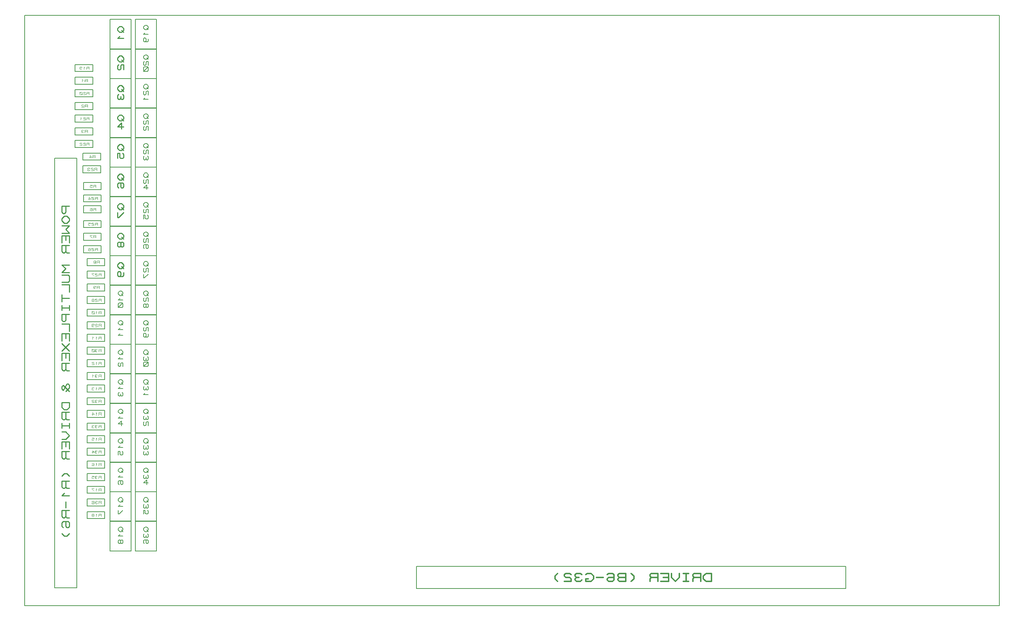
<source format=gbr>
G04 PROTEUS GERBER X2 FILE*
%TF.GenerationSoftware,Labcenter,Proteus,8.6-SP2-Build23525*%
%TF.CreationDate,2023-01-18T21:31:38+00:00*%
%TF.FileFunction,AssemblyDrawing,Bot*%
%TF.FilePolarity,Positive*%
%TF.Part,Single*%
%FSLAX45Y45*%
%MOMM*%
G01*
%TA.AperFunction,Material*%
%ADD19C,0.203200*%
%ADD28C,0.316990*%
%ADD29C,0.290860*%
%ADD72C,0.235370*%
%ADD73C,0.176530*%
%ADD30C,0.100580*%
%TA.AperFunction,Profile*%
%ADD16C,0.203200*%
%TD.AperFunction*%
D19*
X-1815412Y-6791660D02*
X+8364908Y-6791660D01*
X+8364908Y-6263340D01*
X-1815412Y-6263340D01*
X-1815412Y-6791660D01*
D28*
X+5176695Y-6622598D02*
X+5176695Y-6432403D01*
X+5049899Y-6432403D01*
X+4986501Y-6495801D01*
X+4986501Y-6559200D01*
X+5049899Y-6622598D01*
X+5176695Y-6622598D01*
X+4923102Y-6622598D02*
X+4923102Y-6432403D01*
X+4764607Y-6432403D01*
X+4732908Y-6464102D01*
X+4732908Y-6495801D01*
X+4764607Y-6527500D01*
X+4923102Y-6527500D01*
X+4764607Y-6527500D02*
X+4732908Y-6559200D01*
X+4732908Y-6622598D01*
X+4637810Y-6432403D02*
X+4511014Y-6432403D01*
X+4574412Y-6432403D02*
X+4574412Y-6622598D01*
X+4637810Y-6622598D02*
X+4511014Y-6622598D01*
X+4415916Y-6432403D02*
X+4415916Y-6527500D01*
X+4320819Y-6622598D01*
X+4225722Y-6527500D01*
X+4225722Y-6432403D01*
X+3972129Y-6622598D02*
X+4162323Y-6622598D01*
X+4162323Y-6432403D01*
X+3972129Y-6432403D01*
X+4162323Y-6527500D02*
X+4035527Y-6527500D01*
X+3908730Y-6622598D02*
X+3908730Y-6432403D01*
X+3750235Y-6432403D01*
X+3718536Y-6464102D01*
X+3718536Y-6495801D01*
X+3750235Y-6527500D01*
X+3908730Y-6527500D01*
X+3750235Y-6527500D02*
X+3718536Y-6559200D01*
X+3718536Y-6622598D01*
X+3274748Y-6432403D02*
X+3338146Y-6495801D01*
X+3338146Y-6559200D01*
X+3274748Y-6622598D01*
X+3147951Y-6622598D02*
X+3147951Y-6432403D01*
X+2989456Y-6432403D01*
X+2957757Y-6464102D01*
X+2957757Y-6495801D01*
X+2989456Y-6527500D01*
X+2957757Y-6559200D01*
X+2957757Y-6590899D01*
X+2989456Y-6622598D01*
X+3147951Y-6622598D01*
X+3147951Y-6527500D02*
X+2989456Y-6527500D01*
X+2704164Y-6464102D02*
X+2735863Y-6432403D01*
X+2830960Y-6432403D01*
X+2862659Y-6464102D01*
X+2862659Y-6590899D01*
X+2830960Y-6622598D01*
X+2735863Y-6622598D01*
X+2704164Y-6590899D01*
X+2704164Y-6559200D01*
X+2735863Y-6527500D01*
X+2862659Y-6527500D01*
X+2609066Y-6527500D02*
X+2450571Y-6527500D01*
X+2260376Y-6559200D02*
X+2196978Y-6559200D01*
X+2196978Y-6622598D01*
X+2323774Y-6622598D01*
X+2387172Y-6559200D01*
X+2387172Y-6495801D01*
X+2323774Y-6432403D01*
X+2228677Y-6432403D01*
X+2196978Y-6464102D01*
X+2101880Y-6464102D02*
X+2070181Y-6432403D01*
X+1975084Y-6432403D01*
X+1943385Y-6464102D01*
X+1943385Y-6495801D01*
X+1975084Y-6527500D01*
X+1943385Y-6559200D01*
X+1943385Y-6590899D01*
X+1975084Y-6622598D01*
X+2070181Y-6622598D01*
X+2101880Y-6590899D01*
X+2038482Y-6527500D02*
X+1975084Y-6527500D01*
X+1848287Y-6464102D02*
X+1816588Y-6432403D01*
X+1721491Y-6432403D01*
X+1689792Y-6464102D01*
X+1689792Y-6495801D01*
X+1721491Y-6527500D01*
X+1816588Y-6527500D01*
X+1848287Y-6559200D01*
X+1848287Y-6622598D01*
X+1689792Y-6622598D01*
X+1531296Y-6432403D02*
X+1467898Y-6495801D01*
X+1467898Y-6559200D01*
X+1531296Y-6622598D01*
D19*
X-10396912Y-6770160D02*
X-9868592Y-6770160D01*
X-9868592Y+3410160D01*
X-10396912Y+3410160D01*
X-10396912Y-6770160D01*
D29*
X-10045492Y+2275764D02*
X-10220011Y+2275764D01*
X-10220011Y+2130332D01*
X-10190925Y+2101245D01*
X-10161838Y+2101245D01*
X-10132752Y+2130332D01*
X-10132752Y+2275764D01*
X-10161838Y+2043072D02*
X-10220011Y+1984899D01*
X-10220011Y+1926726D01*
X-10161838Y+1868553D01*
X-10103665Y+1868553D01*
X-10045492Y+1926726D01*
X-10045492Y+1984899D01*
X-10103665Y+2043072D01*
X-10161838Y+2043072D01*
X-10220011Y+1810380D02*
X-10045492Y+1810380D01*
X-10132752Y+1723121D01*
X-10045492Y+1635861D01*
X-10220011Y+1635861D01*
X-10045492Y+1403169D02*
X-10045492Y+1577688D01*
X-10220011Y+1577688D01*
X-10220011Y+1403169D01*
X-10132752Y+1577688D02*
X-10132752Y+1461342D01*
X-10045492Y+1344996D02*
X-10220011Y+1344996D01*
X-10220011Y+1199564D01*
X-10190925Y+1170477D01*
X-10161838Y+1170477D01*
X-10132752Y+1199564D01*
X-10132752Y+1344996D01*
X-10132752Y+1199564D02*
X-10103665Y+1170477D01*
X-10045492Y+1170477D01*
X-10045492Y+879612D02*
X-10220011Y+879612D01*
X-10132752Y+792353D01*
X-10220011Y+705093D01*
X-10045492Y+705093D01*
X-10220011Y+646920D02*
X-10074578Y+646920D01*
X-10045492Y+617834D01*
X-10045492Y+501488D01*
X-10074578Y+472401D01*
X-10220011Y+472401D01*
X-10220011Y+414228D02*
X-10045492Y+414228D01*
X-10045492Y+239709D01*
X-10220011Y+181536D02*
X-10220011Y+7017D01*
X-10220011Y+94277D02*
X-10045492Y+94277D01*
X-10220011Y-80242D02*
X-10220011Y-196588D01*
X-10220011Y-138415D02*
X-10045492Y-138415D01*
X-10045492Y-80242D02*
X-10045492Y-196588D01*
X-10045492Y-283848D02*
X-10220011Y-283848D01*
X-10220011Y-429280D01*
X-10190925Y-458367D01*
X-10161838Y-458367D01*
X-10132752Y-429280D01*
X-10132752Y-283848D01*
X-10220011Y-516540D02*
X-10045492Y-516540D01*
X-10045492Y-691059D01*
X-10045492Y-923751D02*
X-10045492Y-749232D01*
X-10220011Y-749232D01*
X-10220011Y-923751D01*
X-10132752Y-749232D02*
X-10132752Y-865578D01*
X-10220011Y-981924D02*
X-10045492Y-1156443D01*
X-10045492Y-981924D02*
X-10220011Y-1156443D01*
X-10045492Y-1389135D02*
X-10045492Y-1214616D01*
X-10220011Y-1214616D01*
X-10220011Y-1389135D01*
X-10132752Y-1214616D02*
X-10132752Y-1330962D01*
X-10045492Y-1447308D02*
X-10220011Y-1447308D01*
X-10220011Y-1592740D01*
X-10190925Y-1621827D01*
X-10161838Y-1621827D01*
X-10132752Y-1592740D01*
X-10132752Y-1447308D01*
X-10132752Y-1592740D02*
X-10103665Y-1621827D01*
X-10045492Y-1621827D01*
X-10045492Y-2116297D02*
X-10190925Y-1970865D01*
X-10220011Y-1999951D01*
X-10220011Y-2058124D01*
X-10190925Y-2087211D01*
X-10103665Y-1941778D01*
X-10074578Y-1941778D01*
X-10045492Y-1970865D01*
X-10045492Y-2029038D01*
X-10132752Y-2116297D01*
X-10045492Y-2378076D02*
X-10220011Y-2378076D01*
X-10220011Y-2494422D01*
X-10161838Y-2552595D01*
X-10103665Y-2552595D01*
X-10045492Y-2494422D01*
X-10045492Y-2378076D01*
X-10045492Y-2610768D02*
X-10220011Y-2610768D01*
X-10220011Y-2756200D01*
X-10190925Y-2785287D01*
X-10161838Y-2785287D01*
X-10132752Y-2756200D01*
X-10132752Y-2610768D01*
X-10132752Y-2756200D02*
X-10103665Y-2785287D01*
X-10045492Y-2785287D01*
X-10220011Y-2872546D02*
X-10220011Y-2988892D01*
X-10220011Y-2930719D02*
X-10045492Y-2930719D01*
X-10045492Y-2872546D02*
X-10045492Y-2988892D01*
X-10220011Y-3076152D02*
X-10132752Y-3076152D01*
X-10045492Y-3163411D01*
X-10132752Y-3250671D01*
X-10220011Y-3250671D01*
X-10045492Y-3483363D02*
X-10045492Y-3308844D01*
X-10220011Y-3308844D01*
X-10220011Y-3483363D01*
X-10132752Y-3308844D02*
X-10132752Y-3425190D01*
X-10045492Y-3541536D02*
X-10220011Y-3541536D01*
X-10220011Y-3686968D01*
X-10190925Y-3716055D01*
X-10161838Y-3716055D01*
X-10132752Y-3686968D01*
X-10132752Y-3541536D01*
X-10132752Y-3686968D02*
X-10103665Y-3716055D01*
X-10045492Y-3716055D01*
X-10220011Y-4123266D02*
X-10161838Y-4065093D01*
X-10103665Y-4065093D01*
X-10045492Y-4123266D01*
X-10045492Y-4239612D02*
X-10220011Y-4239612D01*
X-10220011Y-4385044D01*
X-10190925Y-4414131D01*
X-10161838Y-4414131D01*
X-10132752Y-4385044D01*
X-10132752Y-4239612D01*
X-10132752Y-4385044D02*
X-10103665Y-4414131D01*
X-10045492Y-4414131D01*
X-10161838Y-4530477D02*
X-10220011Y-4588650D01*
X-10045492Y-4588650D01*
X-10132752Y-4734082D02*
X-10132752Y-4879515D01*
X-10045492Y-4937688D02*
X-10220011Y-4937688D01*
X-10220011Y-5083120D01*
X-10190925Y-5112207D01*
X-10161838Y-5112207D01*
X-10132752Y-5083120D01*
X-10132752Y-4937688D01*
X-10132752Y-5083120D02*
X-10103665Y-5112207D01*
X-10045492Y-5112207D01*
X-10190925Y-5344899D02*
X-10220011Y-5315812D01*
X-10220011Y-5228553D01*
X-10190925Y-5199466D01*
X-10074578Y-5199466D01*
X-10045492Y-5228553D01*
X-10045492Y-5315812D01*
X-10074578Y-5344899D01*
X-10103665Y-5344899D01*
X-10132752Y-5315812D01*
X-10132752Y-5199466D01*
X-10220011Y-5490331D02*
X-10161838Y-5548504D01*
X-10103665Y-5548504D01*
X-10045492Y-5490331D01*
D19*
X-9080512Y+5996940D02*
X-8577592Y+5996940D01*
X-8577592Y+6703060D01*
X-9080512Y+6703060D01*
X-9080512Y+5996940D01*
D72*
X-8852589Y+6538298D02*
X-8899664Y+6491224D01*
X-8899664Y+6444149D01*
X-8852589Y+6397075D01*
X-8805515Y+6397075D01*
X-8758440Y+6444149D01*
X-8758440Y+6491224D01*
X-8805515Y+6538298D01*
X-8852589Y+6538298D01*
X-8805515Y+6444149D02*
X-8758440Y+6397075D01*
X-8852589Y+6302926D02*
X-8899664Y+6255851D01*
X-8758440Y+6255851D01*
D19*
X-8480512Y+5996940D02*
X-7977592Y+5996940D01*
X-7977592Y+6703060D01*
X-8480512Y+6703060D01*
X-8480512Y+5996940D01*
D73*
X-8246705Y+6561836D02*
X-8282011Y+6526530D01*
X-8282011Y+6491224D01*
X-8246705Y+6455918D01*
X-8211399Y+6455918D01*
X-8176093Y+6491224D01*
X-8176093Y+6526530D01*
X-8211399Y+6561836D01*
X-8246705Y+6561836D01*
X-8211399Y+6491224D02*
X-8176093Y+6455918D01*
X-8246705Y+6385306D02*
X-8282011Y+6350000D01*
X-8176093Y+6350000D01*
X-8246705Y+6173470D02*
X-8229052Y+6191123D01*
X-8229052Y+6244082D01*
X-8246705Y+6261735D01*
X-8264358Y+6261735D01*
X-8282011Y+6244082D01*
X-8282011Y+6191123D01*
X-8264358Y+6173470D01*
X-8193746Y+6173470D01*
X-8176093Y+6191123D01*
X-8176093Y+6244082D01*
D19*
X-9080512Y+5296940D02*
X-8577592Y+5296940D01*
X-8577592Y+6003060D01*
X-9080512Y+6003060D01*
X-9080512Y+5296940D01*
D72*
X-8852589Y+5838298D02*
X-8899664Y+5791224D01*
X-8899664Y+5744149D01*
X-8852589Y+5697075D01*
X-8805515Y+5697075D01*
X-8758440Y+5744149D01*
X-8758440Y+5791224D01*
X-8805515Y+5838298D01*
X-8852589Y+5838298D01*
X-8805515Y+5744149D02*
X-8758440Y+5697075D01*
X-8876127Y+5626463D02*
X-8899664Y+5602926D01*
X-8899664Y+5532314D01*
X-8876127Y+5508777D01*
X-8852589Y+5508777D01*
X-8829052Y+5532314D01*
X-8829052Y+5602926D01*
X-8805515Y+5626463D01*
X-8758440Y+5626463D01*
X-8758440Y+5508777D01*
D19*
X-9080512Y+4596940D02*
X-8577592Y+4596940D01*
X-8577592Y+5303060D01*
X-9080512Y+5303060D01*
X-9080512Y+4596940D01*
D72*
X-8852589Y+5138298D02*
X-8899664Y+5091224D01*
X-8899664Y+5044149D01*
X-8852589Y+4997075D01*
X-8805515Y+4997075D01*
X-8758440Y+5044149D01*
X-8758440Y+5091224D01*
X-8805515Y+5138298D01*
X-8852589Y+5138298D01*
X-8805515Y+5044149D02*
X-8758440Y+4997075D01*
X-8876127Y+4926463D02*
X-8899664Y+4902926D01*
X-8899664Y+4832314D01*
X-8876127Y+4808777D01*
X-8852589Y+4808777D01*
X-8829052Y+4832314D01*
X-8805515Y+4808777D01*
X-8781977Y+4808777D01*
X-8758440Y+4832314D01*
X-8758440Y+4902926D01*
X-8781977Y+4926463D01*
X-8829052Y+4879389D02*
X-8829052Y+4832314D01*
D19*
X-9080512Y+3896940D02*
X-8577592Y+3896940D01*
X-8577592Y+4603060D01*
X-9080512Y+4603060D01*
X-9080512Y+3896940D01*
D72*
X-8852589Y+4438298D02*
X-8899664Y+4391224D01*
X-8899664Y+4344149D01*
X-8852589Y+4297075D01*
X-8805515Y+4297075D01*
X-8758440Y+4344149D01*
X-8758440Y+4391224D01*
X-8805515Y+4438298D01*
X-8852589Y+4438298D01*
X-8805515Y+4344149D02*
X-8758440Y+4297075D01*
X-8805515Y+4108777D02*
X-8805515Y+4250000D01*
X-8899664Y+4155851D01*
X-8758440Y+4155851D01*
D19*
X-9080512Y+3196940D02*
X-8577592Y+3196940D01*
X-8577592Y+3903060D01*
X-9080512Y+3903060D01*
X-9080512Y+3196940D01*
D72*
X-8852589Y+3738298D02*
X-8899664Y+3691224D01*
X-8899664Y+3644149D01*
X-8852589Y+3597075D01*
X-8805515Y+3597075D01*
X-8758440Y+3644149D01*
X-8758440Y+3691224D01*
X-8805515Y+3738298D01*
X-8852589Y+3738298D01*
X-8805515Y+3644149D02*
X-8758440Y+3597075D01*
X-8899664Y+3408777D02*
X-8899664Y+3526463D01*
X-8852589Y+3526463D01*
X-8852589Y+3432314D01*
X-8829052Y+3408777D01*
X-8781977Y+3408777D01*
X-8758440Y+3432314D01*
X-8758440Y+3502926D01*
X-8781977Y+3526463D01*
D19*
X-9080512Y+2496940D02*
X-8577592Y+2496940D01*
X-8577592Y+3203060D01*
X-9080512Y+3203060D01*
X-9080512Y+2496940D01*
D72*
X-8852589Y+3038298D02*
X-8899664Y+2991224D01*
X-8899664Y+2944149D01*
X-8852589Y+2897075D01*
X-8805515Y+2897075D01*
X-8758440Y+2944149D01*
X-8758440Y+2991224D01*
X-8805515Y+3038298D01*
X-8852589Y+3038298D01*
X-8805515Y+2944149D02*
X-8758440Y+2897075D01*
X-8876127Y+2708777D02*
X-8899664Y+2732314D01*
X-8899664Y+2802926D01*
X-8876127Y+2826463D01*
X-8781977Y+2826463D01*
X-8758440Y+2802926D01*
X-8758440Y+2732314D01*
X-8781977Y+2708777D01*
X-8805515Y+2708777D01*
X-8829052Y+2732314D01*
X-8829052Y+2826463D01*
D19*
X-9080512Y+1796940D02*
X-8577592Y+1796940D01*
X-8577592Y+2503060D01*
X-9080512Y+2503060D01*
X-9080512Y+1796940D01*
D72*
X-8852589Y+2338298D02*
X-8899664Y+2291224D01*
X-8899664Y+2244149D01*
X-8852589Y+2197075D01*
X-8805515Y+2197075D01*
X-8758440Y+2244149D01*
X-8758440Y+2291224D01*
X-8805515Y+2338298D01*
X-8852589Y+2338298D01*
X-8805515Y+2244149D02*
X-8758440Y+2197075D01*
X-8899664Y+2126463D02*
X-8899664Y+2008777D01*
X-8876127Y+2008777D01*
X-8758440Y+2126463D01*
D19*
X-9080512Y+1096940D02*
X-8577592Y+1096940D01*
X-8577592Y+1803060D01*
X-9080512Y+1803060D01*
X-9080512Y+1096940D01*
D72*
X-8852589Y+1638298D02*
X-8899664Y+1591224D01*
X-8899664Y+1544149D01*
X-8852589Y+1497075D01*
X-8805515Y+1497075D01*
X-8758440Y+1544149D01*
X-8758440Y+1591224D01*
X-8805515Y+1638298D01*
X-8852589Y+1638298D01*
X-8805515Y+1544149D02*
X-8758440Y+1497075D01*
X-8829052Y+1402926D02*
X-8852589Y+1426463D01*
X-8876127Y+1426463D01*
X-8899664Y+1402926D01*
X-8899664Y+1332314D01*
X-8876127Y+1308777D01*
X-8852589Y+1308777D01*
X-8829052Y+1332314D01*
X-8829052Y+1402926D01*
X-8805515Y+1426463D01*
X-8781977Y+1426463D01*
X-8758440Y+1402926D01*
X-8758440Y+1332314D01*
X-8781977Y+1308777D01*
X-8805515Y+1308777D01*
X-8829052Y+1332314D01*
D19*
X-9080512Y+396940D02*
X-8577592Y+396940D01*
X-8577592Y+1103060D01*
X-9080512Y+1103060D01*
X-9080512Y+396940D01*
D72*
X-8852589Y+938298D02*
X-8899664Y+891224D01*
X-8899664Y+844149D01*
X-8852589Y+797075D01*
X-8805515Y+797075D01*
X-8758440Y+844149D01*
X-8758440Y+891224D01*
X-8805515Y+938298D01*
X-8852589Y+938298D01*
X-8805515Y+844149D02*
X-8758440Y+797075D01*
X-8852589Y+608777D02*
X-8829052Y+632314D01*
X-8829052Y+702926D01*
X-8852589Y+726463D01*
X-8876127Y+726463D01*
X-8899664Y+702926D01*
X-8899664Y+632314D01*
X-8876127Y+608777D01*
X-8781977Y+608777D01*
X-8758440Y+632314D01*
X-8758440Y+702926D01*
D19*
X-9080512Y-303060D02*
X-8577592Y-303060D01*
X-8577592Y+403060D01*
X-9080512Y+403060D01*
X-9080512Y-303060D01*
D73*
X-8846705Y+261836D02*
X-8882011Y+226530D01*
X-8882011Y+191224D01*
X-8846705Y+155918D01*
X-8811399Y+155918D01*
X-8776093Y+191224D01*
X-8776093Y+226530D01*
X-8811399Y+261836D01*
X-8846705Y+261836D01*
X-8811399Y+191224D02*
X-8776093Y+155918D01*
X-8846705Y+85306D02*
X-8882011Y+50000D01*
X-8776093Y+50000D01*
X-8793746Y-20612D02*
X-8864358Y-20612D01*
X-8882011Y-38265D01*
X-8882011Y-108877D01*
X-8864358Y-126530D01*
X-8793746Y-126530D01*
X-8776093Y-108877D01*
X-8776093Y-38265D01*
X-8793746Y-20612D01*
X-8776093Y-20612D02*
X-8882011Y-126530D01*
D19*
X-9080512Y-1003060D02*
X-8577592Y-1003060D01*
X-8577592Y-296940D01*
X-9080512Y-296940D01*
X-9080512Y-1003060D01*
D73*
X-8846705Y-438164D02*
X-8882011Y-473470D01*
X-8882011Y-508776D01*
X-8846705Y-544082D01*
X-8811399Y-544082D01*
X-8776093Y-508776D01*
X-8776093Y-473470D01*
X-8811399Y-438164D01*
X-8846705Y-438164D01*
X-8811399Y-508776D02*
X-8776093Y-544082D01*
X-8846705Y-614694D02*
X-8882011Y-650000D01*
X-8776093Y-650000D01*
X-8846705Y-755918D02*
X-8882011Y-791224D01*
X-8776093Y-791224D01*
D19*
X-9080512Y-1703060D02*
X-8577592Y-1703060D01*
X-8577592Y-996940D01*
X-9080512Y-996940D01*
X-9080512Y-1703060D01*
D73*
X-8846705Y-1138164D02*
X-8882011Y-1173470D01*
X-8882011Y-1208776D01*
X-8846705Y-1244082D01*
X-8811399Y-1244082D01*
X-8776093Y-1208776D01*
X-8776093Y-1173470D01*
X-8811399Y-1138164D01*
X-8846705Y-1138164D01*
X-8811399Y-1208776D02*
X-8776093Y-1244082D01*
X-8846705Y-1314694D02*
X-8882011Y-1350000D01*
X-8776093Y-1350000D01*
X-8864358Y-1438265D02*
X-8882011Y-1455918D01*
X-8882011Y-1508877D01*
X-8864358Y-1526530D01*
X-8846705Y-1526530D01*
X-8829052Y-1508877D01*
X-8829052Y-1455918D01*
X-8811399Y-1438265D01*
X-8776093Y-1438265D01*
X-8776093Y-1526530D01*
D19*
X-9080512Y-2403060D02*
X-8577592Y-2403060D01*
X-8577592Y-1696940D01*
X-9080512Y-1696940D01*
X-9080512Y-2403060D01*
D73*
X-8846705Y-1838164D02*
X-8882011Y-1873470D01*
X-8882011Y-1908776D01*
X-8846705Y-1944082D01*
X-8811399Y-1944082D01*
X-8776093Y-1908776D01*
X-8776093Y-1873470D01*
X-8811399Y-1838164D01*
X-8846705Y-1838164D01*
X-8811399Y-1908776D02*
X-8776093Y-1944082D01*
X-8846705Y-2014694D02*
X-8882011Y-2050000D01*
X-8776093Y-2050000D01*
X-8864358Y-2138265D02*
X-8882011Y-2155918D01*
X-8882011Y-2208877D01*
X-8864358Y-2226530D01*
X-8846705Y-2226530D01*
X-8829052Y-2208877D01*
X-8811399Y-2226530D01*
X-8793746Y-2226530D01*
X-8776093Y-2208877D01*
X-8776093Y-2155918D01*
X-8793746Y-2138265D01*
X-8829052Y-2173571D02*
X-8829052Y-2208877D01*
D19*
X-9080512Y-3103060D02*
X-8577592Y-3103060D01*
X-8577592Y-2396940D01*
X-9080512Y-2396940D01*
X-9080512Y-3103060D01*
D73*
X-8846705Y-2538164D02*
X-8882011Y-2573470D01*
X-8882011Y-2608776D01*
X-8846705Y-2644082D01*
X-8811399Y-2644082D01*
X-8776093Y-2608776D01*
X-8776093Y-2573470D01*
X-8811399Y-2538164D01*
X-8846705Y-2538164D01*
X-8811399Y-2608776D02*
X-8776093Y-2644082D01*
X-8846705Y-2714694D02*
X-8882011Y-2750000D01*
X-8776093Y-2750000D01*
X-8811399Y-2926530D02*
X-8811399Y-2820612D01*
X-8882011Y-2891224D01*
X-8776093Y-2891224D01*
D19*
X-9080512Y-3803060D02*
X-8577592Y-3803060D01*
X-8577592Y-3096940D01*
X-9080512Y-3096940D01*
X-9080512Y-3803060D01*
D73*
X-8846705Y-3238164D02*
X-8882011Y-3273470D01*
X-8882011Y-3308776D01*
X-8846705Y-3344082D01*
X-8811399Y-3344082D01*
X-8776093Y-3308776D01*
X-8776093Y-3273470D01*
X-8811399Y-3238164D01*
X-8846705Y-3238164D01*
X-8811399Y-3308776D02*
X-8776093Y-3344082D01*
X-8846705Y-3414694D02*
X-8882011Y-3450000D01*
X-8776093Y-3450000D01*
X-8882011Y-3626530D02*
X-8882011Y-3538265D01*
X-8846705Y-3538265D01*
X-8846705Y-3608877D01*
X-8829052Y-3626530D01*
X-8793746Y-3626530D01*
X-8776093Y-3608877D01*
X-8776093Y-3555918D01*
X-8793746Y-3538265D01*
D19*
X-9080512Y-4499860D02*
X-8577592Y-4499860D01*
X-8577592Y-3793740D01*
X-9080512Y-3793740D01*
X-9080512Y-4499860D01*
D73*
X-8846705Y-3934964D02*
X-8882011Y-3970270D01*
X-8882011Y-4005576D01*
X-8846705Y-4040882D01*
X-8811399Y-4040882D01*
X-8776093Y-4005576D01*
X-8776093Y-3970270D01*
X-8811399Y-3934964D01*
X-8846705Y-3934964D01*
X-8811399Y-4005576D02*
X-8776093Y-4040882D01*
X-8846705Y-4111494D02*
X-8882011Y-4146800D01*
X-8776093Y-4146800D01*
X-8864358Y-4323330D02*
X-8882011Y-4305677D01*
X-8882011Y-4252718D01*
X-8864358Y-4235065D01*
X-8793746Y-4235065D01*
X-8776093Y-4252718D01*
X-8776093Y-4305677D01*
X-8793746Y-4323330D01*
X-8811399Y-4323330D01*
X-8829052Y-4305677D01*
X-8829052Y-4235065D01*
D19*
X-9080512Y-5199860D02*
X-8577592Y-5199860D01*
X-8577592Y-4493740D01*
X-9080512Y-4493740D01*
X-9080512Y-5199860D01*
D73*
X-8846705Y-4634964D02*
X-8882011Y-4670270D01*
X-8882011Y-4705576D01*
X-8846705Y-4740882D01*
X-8811399Y-4740882D01*
X-8776093Y-4705576D01*
X-8776093Y-4670270D01*
X-8811399Y-4634964D01*
X-8846705Y-4634964D01*
X-8811399Y-4705576D02*
X-8776093Y-4740882D01*
X-8846705Y-4811494D02*
X-8882011Y-4846800D01*
X-8776093Y-4846800D01*
X-8882011Y-4935065D02*
X-8882011Y-5023330D01*
X-8864358Y-5023330D01*
X-8776093Y-4935065D01*
D19*
X-9080512Y-5899860D02*
X-8577592Y-5899860D01*
X-8577592Y-5193740D01*
X-9080512Y-5193740D01*
X-9080512Y-5899860D01*
D73*
X-8846705Y-5334964D02*
X-8882011Y-5370270D01*
X-8882011Y-5405576D01*
X-8846705Y-5440882D01*
X-8811399Y-5440882D01*
X-8776093Y-5405576D01*
X-8776093Y-5370270D01*
X-8811399Y-5334964D01*
X-8846705Y-5334964D01*
X-8811399Y-5405576D02*
X-8776093Y-5440882D01*
X-8846705Y-5511494D02*
X-8882011Y-5546800D01*
X-8776093Y-5546800D01*
X-8829052Y-5652718D02*
X-8846705Y-5635065D01*
X-8864358Y-5635065D01*
X-8882011Y-5652718D01*
X-8882011Y-5705677D01*
X-8864358Y-5723330D01*
X-8846705Y-5723330D01*
X-8829052Y-5705677D01*
X-8829052Y-5652718D01*
X-8811399Y-5635065D01*
X-8793746Y-5635065D01*
X-8776093Y-5652718D01*
X-8776093Y-5705677D01*
X-8793746Y-5723330D01*
X-8811399Y-5723330D01*
X-8829052Y-5705677D01*
D19*
X-8480512Y+5296940D02*
X-7977592Y+5296940D01*
X-7977592Y+6003060D01*
X-8480512Y+6003060D01*
X-8480512Y+5296940D01*
D73*
X-8246705Y+5861836D02*
X-8282011Y+5826530D01*
X-8282011Y+5791224D01*
X-8246705Y+5755918D01*
X-8211399Y+5755918D01*
X-8176093Y+5791224D01*
X-8176093Y+5826530D01*
X-8211399Y+5861836D01*
X-8246705Y+5861836D01*
X-8211399Y+5791224D02*
X-8176093Y+5755918D01*
X-8264358Y+5702959D02*
X-8282011Y+5685306D01*
X-8282011Y+5632347D01*
X-8264358Y+5614694D01*
X-8246705Y+5614694D01*
X-8229052Y+5632347D01*
X-8229052Y+5685306D01*
X-8211399Y+5702959D01*
X-8176093Y+5702959D01*
X-8176093Y+5614694D01*
X-8193746Y+5579388D02*
X-8264358Y+5579388D01*
X-8282011Y+5561735D01*
X-8282011Y+5491123D01*
X-8264358Y+5473470D01*
X-8193746Y+5473470D01*
X-8176093Y+5491123D01*
X-8176093Y+5561735D01*
X-8193746Y+5579388D01*
X-8176093Y+5579388D02*
X-8282011Y+5473470D01*
D19*
X-8480512Y+4596940D02*
X-7977592Y+4596940D01*
X-7977592Y+5303060D01*
X-8480512Y+5303060D01*
X-8480512Y+4596940D01*
D73*
X-8246705Y+5161836D02*
X-8282011Y+5126530D01*
X-8282011Y+5091224D01*
X-8246705Y+5055918D01*
X-8211399Y+5055918D01*
X-8176093Y+5091224D01*
X-8176093Y+5126530D01*
X-8211399Y+5161836D01*
X-8246705Y+5161836D01*
X-8211399Y+5091224D02*
X-8176093Y+5055918D01*
X-8264358Y+5002959D02*
X-8282011Y+4985306D01*
X-8282011Y+4932347D01*
X-8264358Y+4914694D01*
X-8246705Y+4914694D01*
X-8229052Y+4932347D01*
X-8229052Y+4985306D01*
X-8211399Y+5002959D01*
X-8176093Y+5002959D01*
X-8176093Y+4914694D01*
X-8246705Y+4844082D02*
X-8282011Y+4808776D01*
X-8176093Y+4808776D01*
D19*
X-8480512Y+3896940D02*
X-7977592Y+3896940D01*
X-7977592Y+4603060D01*
X-8480512Y+4603060D01*
X-8480512Y+3896940D01*
D73*
X-8246705Y+4461836D02*
X-8282011Y+4426530D01*
X-8282011Y+4391224D01*
X-8246705Y+4355918D01*
X-8211399Y+4355918D01*
X-8176093Y+4391224D01*
X-8176093Y+4426530D01*
X-8211399Y+4461836D01*
X-8246705Y+4461836D01*
X-8211399Y+4391224D02*
X-8176093Y+4355918D01*
X-8264358Y+4302959D02*
X-8282011Y+4285306D01*
X-8282011Y+4232347D01*
X-8264358Y+4214694D01*
X-8246705Y+4214694D01*
X-8229052Y+4232347D01*
X-8229052Y+4285306D01*
X-8211399Y+4302959D01*
X-8176093Y+4302959D01*
X-8176093Y+4214694D01*
X-8264358Y+4161735D02*
X-8282011Y+4144082D01*
X-8282011Y+4091123D01*
X-8264358Y+4073470D01*
X-8246705Y+4073470D01*
X-8229052Y+4091123D01*
X-8229052Y+4144082D01*
X-8211399Y+4161735D01*
X-8176093Y+4161735D01*
X-8176093Y+4073470D01*
D19*
X-8480512Y+3196940D02*
X-7977592Y+3196940D01*
X-7977592Y+3903060D01*
X-8480512Y+3903060D01*
X-8480512Y+3196940D01*
D73*
X-8246705Y+3761836D02*
X-8282011Y+3726530D01*
X-8282011Y+3691224D01*
X-8246705Y+3655918D01*
X-8211399Y+3655918D01*
X-8176093Y+3691224D01*
X-8176093Y+3726530D01*
X-8211399Y+3761836D01*
X-8246705Y+3761836D01*
X-8211399Y+3691224D02*
X-8176093Y+3655918D01*
X-8264358Y+3602959D02*
X-8282011Y+3585306D01*
X-8282011Y+3532347D01*
X-8264358Y+3514694D01*
X-8246705Y+3514694D01*
X-8229052Y+3532347D01*
X-8229052Y+3585306D01*
X-8211399Y+3602959D01*
X-8176093Y+3602959D01*
X-8176093Y+3514694D01*
X-8264358Y+3461735D02*
X-8282011Y+3444082D01*
X-8282011Y+3391123D01*
X-8264358Y+3373470D01*
X-8246705Y+3373470D01*
X-8229052Y+3391123D01*
X-8211399Y+3373470D01*
X-8193746Y+3373470D01*
X-8176093Y+3391123D01*
X-8176093Y+3444082D01*
X-8193746Y+3461735D01*
X-8229052Y+3426429D02*
X-8229052Y+3391123D01*
D19*
X-8480512Y+2496940D02*
X-7977592Y+2496940D01*
X-7977592Y+3203060D01*
X-8480512Y+3203060D01*
X-8480512Y+2496940D01*
D73*
X-8246705Y+3061836D02*
X-8282011Y+3026530D01*
X-8282011Y+2991224D01*
X-8246705Y+2955918D01*
X-8211399Y+2955918D01*
X-8176093Y+2991224D01*
X-8176093Y+3026530D01*
X-8211399Y+3061836D01*
X-8246705Y+3061836D01*
X-8211399Y+2991224D02*
X-8176093Y+2955918D01*
X-8264358Y+2902959D02*
X-8282011Y+2885306D01*
X-8282011Y+2832347D01*
X-8264358Y+2814694D01*
X-8246705Y+2814694D01*
X-8229052Y+2832347D01*
X-8229052Y+2885306D01*
X-8211399Y+2902959D01*
X-8176093Y+2902959D01*
X-8176093Y+2814694D01*
X-8211399Y+2673470D02*
X-8211399Y+2779388D01*
X-8282011Y+2708776D01*
X-8176093Y+2708776D01*
D19*
X-8480512Y+1796940D02*
X-7977592Y+1796940D01*
X-7977592Y+2503060D01*
X-8480512Y+2503060D01*
X-8480512Y+1796940D01*
D73*
X-8246705Y+2361836D02*
X-8282011Y+2326530D01*
X-8282011Y+2291224D01*
X-8246705Y+2255918D01*
X-8211399Y+2255918D01*
X-8176093Y+2291224D01*
X-8176093Y+2326530D01*
X-8211399Y+2361836D01*
X-8246705Y+2361836D01*
X-8211399Y+2291224D02*
X-8176093Y+2255918D01*
X-8264358Y+2202959D02*
X-8282011Y+2185306D01*
X-8282011Y+2132347D01*
X-8264358Y+2114694D01*
X-8246705Y+2114694D01*
X-8229052Y+2132347D01*
X-8229052Y+2185306D01*
X-8211399Y+2202959D01*
X-8176093Y+2202959D01*
X-8176093Y+2114694D01*
X-8282011Y+1973470D02*
X-8282011Y+2061735D01*
X-8246705Y+2061735D01*
X-8246705Y+1991123D01*
X-8229052Y+1973470D01*
X-8193746Y+1973470D01*
X-8176093Y+1991123D01*
X-8176093Y+2044082D01*
X-8193746Y+2061735D01*
D19*
X-8480512Y+1096940D02*
X-7977592Y+1096940D01*
X-7977592Y+1803060D01*
X-8480512Y+1803060D01*
X-8480512Y+1096940D01*
D73*
X-8246705Y+1661836D02*
X-8282011Y+1626530D01*
X-8282011Y+1591224D01*
X-8246705Y+1555918D01*
X-8211399Y+1555918D01*
X-8176093Y+1591224D01*
X-8176093Y+1626530D01*
X-8211399Y+1661836D01*
X-8246705Y+1661836D01*
X-8211399Y+1591224D02*
X-8176093Y+1555918D01*
X-8264358Y+1502959D02*
X-8282011Y+1485306D01*
X-8282011Y+1432347D01*
X-8264358Y+1414694D01*
X-8246705Y+1414694D01*
X-8229052Y+1432347D01*
X-8229052Y+1485306D01*
X-8211399Y+1502959D01*
X-8176093Y+1502959D01*
X-8176093Y+1414694D01*
X-8264358Y+1273470D02*
X-8282011Y+1291123D01*
X-8282011Y+1344082D01*
X-8264358Y+1361735D01*
X-8193746Y+1361735D01*
X-8176093Y+1344082D01*
X-8176093Y+1291123D01*
X-8193746Y+1273470D01*
X-8211399Y+1273470D01*
X-8229052Y+1291123D01*
X-8229052Y+1361735D01*
D19*
X-8480512Y+396940D02*
X-7977592Y+396940D01*
X-7977592Y+1103060D01*
X-8480512Y+1103060D01*
X-8480512Y+396940D01*
D73*
X-8246705Y+961836D02*
X-8282011Y+926530D01*
X-8282011Y+891224D01*
X-8246705Y+855918D01*
X-8211399Y+855918D01*
X-8176093Y+891224D01*
X-8176093Y+926530D01*
X-8211399Y+961836D01*
X-8246705Y+961836D01*
X-8211399Y+891224D02*
X-8176093Y+855918D01*
X-8264358Y+802959D02*
X-8282011Y+785306D01*
X-8282011Y+732347D01*
X-8264358Y+714694D01*
X-8246705Y+714694D01*
X-8229052Y+732347D01*
X-8229052Y+785306D01*
X-8211399Y+802959D01*
X-8176093Y+802959D01*
X-8176093Y+714694D01*
X-8282011Y+661735D02*
X-8282011Y+573470D01*
X-8264358Y+573470D01*
X-8176093Y+661735D01*
D19*
X-8480512Y-303060D02*
X-7977592Y-303060D01*
X-7977592Y+403060D01*
X-8480512Y+403060D01*
X-8480512Y-303060D01*
D73*
X-8246705Y+261836D02*
X-8282011Y+226530D01*
X-8282011Y+191224D01*
X-8246705Y+155918D01*
X-8211399Y+155918D01*
X-8176093Y+191224D01*
X-8176093Y+226530D01*
X-8211399Y+261836D01*
X-8246705Y+261836D01*
X-8211399Y+191224D02*
X-8176093Y+155918D01*
X-8264358Y+102959D02*
X-8282011Y+85306D01*
X-8282011Y+32347D01*
X-8264358Y+14694D01*
X-8246705Y+14694D01*
X-8229052Y+32347D01*
X-8229052Y+85306D01*
X-8211399Y+102959D01*
X-8176093Y+102959D01*
X-8176093Y+14694D01*
X-8229052Y-55918D02*
X-8246705Y-38265D01*
X-8264358Y-38265D01*
X-8282011Y-55918D01*
X-8282011Y-108877D01*
X-8264358Y-126530D01*
X-8246705Y-126530D01*
X-8229052Y-108877D01*
X-8229052Y-55918D01*
X-8211399Y-38265D01*
X-8193746Y-38265D01*
X-8176093Y-55918D01*
X-8176093Y-108877D01*
X-8193746Y-126530D01*
X-8211399Y-126530D01*
X-8229052Y-108877D01*
D19*
X-8480512Y-1003060D02*
X-7977592Y-1003060D01*
X-7977592Y-296940D01*
X-8480512Y-296940D01*
X-8480512Y-1003060D01*
D73*
X-8246705Y-438164D02*
X-8282011Y-473470D01*
X-8282011Y-508776D01*
X-8246705Y-544082D01*
X-8211399Y-544082D01*
X-8176093Y-508776D01*
X-8176093Y-473470D01*
X-8211399Y-438164D01*
X-8246705Y-438164D01*
X-8211399Y-508776D02*
X-8176093Y-544082D01*
X-8264358Y-597041D02*
X-8282011Y-614694D01*
X-8282011Y-667653D01*
X-8264358Y-685306D01*
X-8246705Y-685306D01*
X-8229052Y-667653D01*
X-8229052Y-614694D01*
X-8211399Y-597041D01*
X-8176093Y-597041D01*
X-8176093Y-685306D01*
X-8246705Y-826530D02*
X-8229052Y-808877D01*
X-8229052Y-755918D01*
X-8246705Y-738265D01*
X-8264358Y-738265D01*
X-8282011Y-755918D01*
X-8282011Y-808877D01*
X-8264358Y-826530D01*
X-8193746Y-826530D01*
X-8176093Y-808877D01*
X-8176093Y-755918D01*
D19*
X-8480512Y-1703060D02*
X-7977592Y-1703060D01*
X-7977592Y-996940D01*
X-8480512Y-996940D01*
X-8480512Y-1703060D01*
D73*
X-8246705Y-1138164D02*
X-8282011Y-1173470D01*
X-8282011Y-1208776D01*
X-8246705Y-1244082D01*
X-8211399Y-1244082D01*
X-8176093Y-1208776D01*
X-8176093Y-1173470D01*
X-8211399Y-1138164D01*
X-8246705Y-1138164D01*
X-8211399Y-1208776D02*
X-8176093Y-1244082D01*
X-8264358Y-1297041D02*
X-8282011Y-1314694D01*
X-8282011Y-1367653D01*
X-8264358Y-1385306D01*
X-8246705Y-1385306D01*
X-8229052Y-1367653D01*
X-8211399Y-1385306D01*
X-8193746Y-1385306D01*
X-8176093Y-1367653D01*
X-8176093Y-1314694D01*
X-8193746Y-1297041D01*
X-8229052Y-1332347D02*
X-8229052Y-1367653D01*
X-8193746Y-1420612D02*
X-8264358Y-1420612D01*
X-8282011Y-1438265D01*
X-8282011Y-1508877D01*
X-8264358Y-1526530D01*
X-8193746Y-1526530D01*
X-8176093Y-1508877D01*
X-8176093Y-1438265D01*
X-8193746Y-1420612D01*
X-8176093Y-1420612D02*
X-8282011Y-1526530D01*
D19*
X-8480512Y-2403060D02*
X-7977592Y-2403060D01*
X-7977592Y-1696940D01*
X-8480512Y-1696940D01*
X-8480512Y-2403060D01*
D73*
X-8246705Y-1838164D02*
X-8282011Y-1873470D01*
X-8282011Y-1908776D01*
X-8246705Y-1944082D01*
X-8211399Y-1944082D01*
X-8176093Y-1908776D01*
X-8176093Y-1873470D01*
X-8211399Y-1838164D01*
X-8246705Y-1838164D01*
X-8211399Y-1908776D02*
X-8176093Y-1944082D01*
X-8264358Y-1997041D02*
X-8282011Y-2014694D01*
X-8282011Y-2067653D01*
X-8264358Y-2085306D01*
X-8246705Y-2085306D01*
X-8229052Y-2067653D01*
X-8211399Y-2085306D01*
X-8193746Y-2085306D01*
X-8176093Y-2067653D01*
X-8176093Y-2014694D01*
X-8193746Y-1997041D01*
X-8229052Y-2032347D02*
X-8229052Y-2067653D01*
X-8246705Y-2155918D02*
X-8282011Y-2191224D01*
X-8176093Y-2191224D01*
D19*
X-8480512Y-3103060D02*
X-7977592Y-3103060D01*
X-7977592Y-2396940D01*
X-8480512Y-2396940D01*
X-8480512Y-3103060D01*
D73*
X-8246705Y-2538164D02*
X-8282011Y-2573470D01*
X-8282011Y-2608776D01*
X-8246705Y-2644082D01*
X-8211399Y-2644082D01*
X-8176093Y-2608776D01*
X-8176093Y-2573470D01*
X-8211399Y-2538164D01*
X-8246705Y-2538164D01*
X-8211399Y-2608776D02*
X-8176093Y-2644082D01*
X-8264358Y-2697041D02*
X-8282011Y-2714694D01*
X-8282011Y-2767653D01*
X-8264358Y-2785306D01*
X-8246705Y-2785306D01*
X-8229052Y-2767653D01*
X-8211399Y-2785306D01*
X-8193746Y-2785306D01*
X-8176093Y-2767653D01*
X-8176093Y-2714694D01*
X-8193746Y-2697041D01*
X-8229052Y-2732347D02*
X-8229052Y-2767653D01*
X-8264358Y-2838265D02*
X-8282011Y-2855918D01*
X-8282011Y-2908877D01*
X-8264358Y-2926530D01*
X-8246705Y-2926530D01*
X-8229052Y-2908877D01*
X-8229052Y-2855918D01*
X-8211399Y-2838265D01*
X-8176093Y-2838265D01*
X-8176093Y-2926530D01*
D19*
X-8480512Y-3803060D02*
X-7977592Y-3803060D01*
X-7977592Y-3096940D01*
X-8480512Y-3096940D01*
X-8480512Y-3803060D01*
D73*
X-8246705Y-3238164D02*
X-8282011Y-3273470D01*
X-8282011Y-3308776D01*
X-8246705Y-3344082D01*
X-8211399Y-3344082D01*
X-8176093Y-3308776D01*
X-8176093Y-3273470D01*
X-8211399Y-3238164D01*
X-8246705Y-3238164D01*
X-8211399Y-3308776D02*
X-8176093Y-3344082D01*
X-8264358Y-3397041D02*
X-8282011Y-3414694D01*
X-8282011Y-3467653D01*
X-8264358Y-3485306D01*
X-8246705Y-3485306D01*
X-8229052Y-3467653D01*
X-8211399Y-3485306D01*
X-8193746Y-3485306D01*
X-8176093Y-3467653D01*
X-8176093Y-3414694D01*
X-8193746Y-3397041D01*
X-8229052Y-3432347D02*
X-8229052Y-3467653D01*
X-8264358Y-3538265D02*
X-8282011Y-3555918D01*
X-8282011Y-3608877D01*
X-8264358Y-3626530D01*
X-8246705Y-3626530D01*
X-8229052Y-3608877D01*
X-8211399Y-3626530D01*
X-8193746Y-3626530D01*
X-8176093Y-3608877D01*
X-8176093Y-3555918D01*
X-8193746Y-3538265D01*
X-8229052Y-3573571D02*
X-8229052Y-3608877D01*
D19*
X-8480512Y-4499860D02*
X-7977592Y-4499860D01*
X-7977592Y-3793740D01*
X-8480512Y-3793740D01*
X-8480512Y-4499860D01*
D73*
X-8246705Y-3934964D02*
X-8282011Y-3970270D01*
X-8282011Y-4005576D01*
X-8246705Y-4040882D01*
X-8211399Y-4040882D01*
X-8176093Y-4005576D01*
X-8176093Y-3970270D01*
X-8211399Y-3934964D01*
X-8246705Y-3934964D01*
X-8211399Y-4005576D02*
X-8176093Y-4040882D01*
X-8264358Y-4093841D02*
X-8282011Y-4111494D01*
X-8282011Y-4164453D01*
X-8264358Y-4182106D01*
X-8246705Y-4182106D01*
X-8229052Y-4164453D01*
X-8211399Y-4182106D01*
X-8193746Y-4182106D01*
X-8176093Y-4164453D01*
X-8176093Y-4111494D01*
X-8193746Y-4093841D01*
X-8229052Y-4129147D02*
X-8229052Y-4164453D01*
X-8211399Y-4323330D02*
X-8211399Y-4217412D01*
X-8282011Y-4288024D01*
X-8176093Y-4288024D01*
D19*
X-8480512Y-5199860D02*
X-7977592Y-5199860D01*
X-7977592Y-4493740D01*
X-8480512Y-4493740D01*
X-8480512Y-5199860D01*
D73*
X-8246705Y-4634964D02*
X-8282011Y-4670270D01*
X-8282011Y-4705576D01*
X-8246705Y-4740882D01*
X-8211399Y-4740882D01*
X-8176093Y-4705576D01*
X-8176093Y-4670270D01*
X-8211399Y-4634964D01*
X-8246705Y-4634964D01*
X-8211399Y-4705576D02*
X-8176093Y-4740882D01*
X-8264358Y-4793841D02*
X-8282011Y-4811494D01*
X-8282011Y-4864453D01*
X-8264358Y-4882106D01*
X-8246705Y-4882106D01*
X-8229052Y-4864453D01*
X-8211399Y-4882106D01*
X-8193746Y-4882106D01*
X-8176093Y-4864453D01*
X-8176093Y-4811494D01*
X-8193746Y-4793841D01*
X-8229052Y-4829147D02*
X-8229052Y-4864453D01*
X-8282011Y-5023330D02*
X-8282011Y-4935065D01*
X-8246705Y-4935065D01*
X-8246705Y-5005677D01*
X-8229052Y-5023330D01*
X-8193746Y-5023330D01*
X-8176093Y-5005677D01*
X-8176093Y-4952718D01*
X-8193746Y-4935065D01*
D19*
X-8480512Y-5899860D02*
X-7977592Y-5899860D01*
X-7977592Y-5193740D01*
X-8480512Y-5193740D01*
X-8480512Y-5899860D01*
D73*
X-8246705Y-5334964D02*
X-8282011Y-5370270D01*
X-8282011Y-5405576D01*
X-8246705Y-5440882D01*
X-8211399Y-5440882D01*
X-8176093Y-5405576D01*
X-8176093Y-5370270D01*
X-8211399Y-5334964D01*
X-8246705Y-5334964D01*
X-8211399Y-5405576D02*
X-8176093Y-5440882D01*
X-8264358Y-5493841D02*
X-8282011Y-5511494D01*
X-8282011Y-5564453D01*
X-8264358Y-5582106D01*
X-8246705Y-5582106D01*
X-8229052Y-5564453D01*
X-8211399Y-5582106D01*
X-8193746Y-5582106D01*
X-8176093Y-5564453D01*
X-8176093Y-5511494D01*
X-8193746Y-5493841D01*
X-8229052Y-5529147D02*
X-8229052Y-5564453D01*
X-8264358Y-5723330D02*
X-8282011Y-5705677D01*
X-8282011Y-5652718D01*
X-8264358Y-5635065D01*
X-8193746Y-5635065D01*
X-8176093Y-5652718D01*
X-8176093Y-5705677D01*
X-8193746Y-5723330D01*
X-8211399Y-5723330D01*
X-8229052Y-5705677D01*
X-8229052Y-5635065D01*
D19*
X-9906052Y+5466180D02*
X-9489492Y+5466180D01*
X-9489492Y+5633820D01*
X-9906052Y+5633820D01*
X-9906052Y+5466180D01*
D30*
X-9577072Y+5519824D02*
X-9577072Y+5580175D01*
X-9627363Y+5580175D01*
X-9637422Y+5570116D01*
X-9637422Y+5560058D01*
X-9627363Y+5550000D01*
X-9577072Y+5550000D01*
X-9627363Y+5550000D02*
X-9637422Y+5539941D01*
X-9637422Y+5519824D01*
X-9677655Y+5560058D02*
X-9697772Y+5580175D01*
X-9697772Y+5519824D01*
X-9798356Y+5560058D02*
X-9788297Y+5550000D01*
X-9758122Y+5550000D01*
X-9748064Y+5560058D01*
X-9748064Y+5570116D01*
X-9758122Y+5580175D01*
X-9788297Y+5580175D01*
X-9798356Y+5570116D01*
X-9798356Y+5529883D01*
X-9788297Y+5519824D01*
X-9758122Y+5519824D01*
D19*
X-9906052Y+5166180D02*
X-9489492Y+5166180D01*
X-9489492Y+5333820D01*
X-9906052Y+5333820D01*
X-9906052Y+5166180D01*
D30*
X-9617305Y+5219824D02*
X-9617305Y+5280175D01*
X-9667596Y+5280175D01*
X-9677655Y+5270116D01*
X-9677655Y+5260058D01*
X-9667596Y+5250000D01*
X-9617305Y+5250000D01*
X-9667596Y+5250000D02*
X-9677655Y+5239941D01*
X-9677655Y+5219824D01*
X-9717888Y+5260058D02*
X-9738005Y+5280175D01*
X-9738005Y+5219824D01*
D19*
X-9906052Y+4566180D02*
X-9489492Y+4566180D01*
X-9489492Y+4733820D01*
X-9906052Y+4733820D01*
X-9906052Y+4566180D01*
D30*
X-9617305Y+4619824D02*
X-9617305Y+4680175D01*
X-9667596Y+4680175D01*
X-9677655Y+4670116D01*
X-9677655Y+4660058D01*
X-9667596Y+4650000D01*
X-9617305Y+4650000D01*
X-9667596Y+4650000D02*
X-9677655Y+4639941D01*
X-9677655Y+4619824D01*
X-9707830Y+4670116D02*
X-9717888Y+4680175D01*
X-9748063Y+4680175D01*
X-9758122Y+4670116D01*
X-9758122Y+4660058D01*
X-9748063Y+4650000D01*
X-9717888Y+4650000D01*
X-9707830Y+4639941D01*
X-9707830Y+4619824D01*
X-9758122Y+4619824D01*
D19*
X-9906052Y+3966180D02*
X-9489492Y+3966180D01*
X-9489492Y+4133820D01*
X-9906052Y+4133820D01*
X-9906052Y+3966180D01*
D30*
X-9617305Y+4019824D02*
X-9617305Y+4080175D01*
X-9667596Y+4080175D01*
X-9677655Y+4070116D01*
X-9677655Y+4060058D01*
X-9667596Y+4050000D01*
X-9617305Y+4050000D01*
X-9667596Y+4050000D02*
X-9677655Y+4039941D01*
X-9677655Y+4019824D01*
X-9707830Y+4070116D02*
X-9717888Y+4080175D01*
X-9748063Y+4080175D01*
X-9758122Y+4070116D01*
X-9758122Y+4060058D01*
X-9748063Y+4050000D01*
X-9758122Y+4039941D01*
X-9758122Y+4029883D01*
X-9748063Y+4019824D01*
X-9717888Y+4019824D01*
X-9707830Y+4029883D01*
X-9727947Y+4050000D02*
X-9748063Y+4050000D01*
D19*
X-9906052Y+4866180D02*
X-9489492Y+4866180D01*
X-9489492Y+5033820D01*
X-9906052Y+5033820D01*
X-9906052Y+4866180D01*
D30*
X-9577072Y+4919824D02*
X-9577072Y+4980175D01*
X-9627363Y+4980175D01*
X-9637422Y+4970116D01*
X-9637422Y+4960058D01*
X-9627363Y+4950000D01*
X-9577072Y+4950000D01*
X-9627363Y+4950000D02*
X-9637422Y+4939941D01*
X-9637422Y+4919824D01*
X-9667597Y+4970116D02*
X-9677655Y+4980175D01*
X-9707830Y+4980175D01*
X-9717889Y+4970116D01*
X-9717889Y+4960058D01*
X-9707830Y+4950000D01*
X-9677655Y+4950000D01*
X-9667597Y+4939941D01*
X-9667597Y+4919824D01*
X-9717889Y+4919824D01*
X-9738006Y+4929883D02*
X-9738006Y+4970116D01*
X-9748064Y+4980175D01*
X-9788297Y+4980175D01*
X-9798356Y+4970116D01*
X-9798356Y+4929883D01*
X-9788297Y+4919824D01*
X-9748064Y+4919824D01*
X-9738006Y+4929883D01*
X-9738006Y+4919824D02*
X-9798356Y+4980175D01*
D19*
X-9906052Y+4266180D02*
X-9489492Y+4266180D01*
X-9489492Y+4433820D01*
X-9906052Y+4433820D01*
X-9906052Y+4266180D01*
D30*
X-9577072Y+4319824D02*
X-9577072Y+4380175D01*
X-9627363Y+4380175D01*
X-9637422Y+4370116D01*
X-9637422Y+4360058D01*
X-9627363Y+4350000D01*
X-9577072Y+4350000D01*
X-9627363Y+4350000D02*
X-9637422Y+4339941D01*
X-9637422Y+4319824D01*
X-9667597Y+4370116D02*
X-9677655Y+4380175D01*
X-9707830Y+4380175D01*
X-9717889Y+4370116D01*
X-9717889Y+4360058D01*
X-9707830Y+4350000D01*
X-9677655Y+4350000D01*
X-9667597Y+4339941D01*
X-9667597Y+4319824D01*
X-9717889Y+4319824D01*
X-9758122Y+4360058D02*
X-9778239Y+4380175D01*
X-9778239Y+4319824D01*
D19*
X-9906052Y+3666180D02*
X-9489492Y+3666180D01*
X-9489492Y+3833820D01*
X-9906052Y+3833820D01*
X-9906052Y+3666180D01*
D30*
X-9577072Y+3719824D02*
X-9577072Y+3780175D01*
X-9627363Y+3780175D01*
X-9637422Y+3770116D01*
X-9637422Y+3760058D01*
X-9627363Y+3750000D01*
X-9577072Y+3750000D01*
X-9627363Y+3750000D02*
X-9637422Y+3739941D01*
X-9637422Y+3719824D01*
X-9667597Y+3770116D02*
X-9677655Y+3780175D01*
X-9707830Y+3780175D01*
X-9717889Y+3770116D01*
X-9717889Y+3760058D01*
X-9707830Y+3750000D01*
X-9677655Y+3750000D01*
X-9667597Y+3739941D01*
X-9667597Y+3719824D01*
X-9717889Y+3719824D01*
X-9748064Y+3770116D02*
X-9758122Y+3780175D01*
X-9788297Y+3780175D01*
X-9798356Y+3770116D01*
X-9798356Y+3760058D01*
X-9788297Y+3750000D01*
X-9758122Y+3750000D01*
X-9748064Y+3739941D01*
X-9748064Y+3719824D01*
X-9798356Y+3719824D01*
D19*
X-9721012Y+3366180D02*
X-9304452Y+3366180D01*
X-9304452Y+3533820D01*
X-9721012Y+3533820D01*
X-9721012Y+3366180D01*
D30*
X-9432265Y+3419824D02*
X-9432265Y+3480175D01*
X-9482556Y+3480175D01*
X-9492615Y+3470116D01*
X-9492615Y+3460058D01*
X-9482556Y+3450000D01*
X-9432265Y+3450000D01*
X-9482556Y+3450000D02*
X-9492615Y+3439941D01*
X-9492615Y+3419824D01*
X-9573082Y+3439941D02*
X-9512732Y+3439941D01*
X-9552965Y+3480175D01*
X-9552965Y+3419824D01*
D19*
X-9721012Y+3066180D02*
X-9304452Y+3066180D01*
X-9304452Y+3233820D01*
X-9721012Y+3233820D01*
X-9721012Y+3066180D01*
D30*
X-9392032Y+3119824D02*
X-9392032Y+3180175D01*
X-9442323Y+3180175D01*
X-9452382Y+3170116D01*
X-9452382Y+3160058D01*
X-9442323Y+3150000D01*
X-9392032Y+3150000D01*
X-9442323Y+3150000D02*
X-9452382Y+3139941D01*
X-9452382Y+3119824D01*
X-9482557Y+3170116D02*
X-9492615Y+3180175D01*
X-9522790Y+3180175D01*
X-9532849Y+3170116D01*
X-9532849Y+3160058D01*
X-9522790Y+3150000D01*
X-9492615Y+3150000D01*
X-9482557Y+3139941D01*
X-9482557Y+3119824D01*
X-9532849Y+3119824D01*
X-9563024Y+3170116D02*
X-9573082Y+3180175D01*
X-9603257Y+3180175D01*
X-9613316Y+3170116D01*
X-9613316Y+3160058D01*
X-9603257Y+3150000D01*
X-9613316Y+3139941D01*
X-9613316Y+3129883D01*
X-9603257Y+3119824D01*
X-9573082Y+3119824D01*
X-9563024Y+3129883D01*
X-9583141Y+3150000D02*
X-9603257Y+3150000D01*
D19*
X-9706052Y+2666180D02*
X-9289492Y+2666180D01*
X-9289492Y+2833820D01*
X-9706052Y+2833820D01*
X-9706052Y+2666180D01*
D30*
X-9417305Y+2719824D02*
X-9417305Y+2780175D01*
X-9467596Y+2780175D01*
X-9477655Y+2770116D01*
X-9477655Y+2760058D01*
X-9467596Y+2750000D01*
X-9417305Y+2750000D01*
X-9467596Y+2750000D02*
X-9477655Y+2739941D01*
X-9477655Y+2719824D01*
X-9558122Y+2780175D02*
X-9507830Y+2780175D01*
X-9507830Y+2760058D01*
X-9548063Y+2760058D01*
X-9558122Y+2750000D01*
X-9558122Y+2729883D01*
X-9548063Y+2719824D01*
X-9517888Y+2719824D01*
X-9507830Y+2729883D01*
D19*
X-9706052Y+2376180D02*
X-9289492Y+2376180D01*
X-9289492Y+2543820D01*
X-9706052Y+2543820D01*
X-9706052Y+2376180D01*
D30*
X-9377072Y+2429824D02*
X-9377072Y+2490175D01*
X-9427363Y+2490175D01*
X-9437422Y+2480116D01*
X-9437422Y+2470058D01*
X-9427363Y+2460000D01*
X-9377072Y+2460000D01*
X-9427363Y+2460000D02*
X-9437422Y+2449941D01*
X-9437422Y+2429824D01*
X-9467597Y+2480116D02*
X-9477655Y+2490175D01*
X-9507830Y+2490175D01*
X-9517889Y+2480116D01*
X-9517889Y+2470058D01*
X-9507830Y+2460000D01*
X-9477655Y+2460000D01*
X-9467597Y+2449941D01*
X-9467597Y+2429824D01*
X-9517889Y+2429824D01*
X-9598356Y+2449941D02*
X-9538006Y+2449941D01*
X-9578239Y+2490175D01*
X-9578239Y+2429824D01*
D19*
X-9706052Y+2116180D02*
X-9289492Y+2116180D01*
X-9289492Y+2283820D01*
X-9706052Y+2283820D01*
X-9706052Y+2116180D01*
D30*
X-9417305Y+2169824D02*
X-9417305Y+2230175D01*
X-9467596Y+2230175D01*
X-9477655Y+2220116D01*
X-9477655Y+2210058D01*
X-9467596Y+2200000D01*
X-9417305Y+2200000D01*
X-9467596Y+2200000D02*
X-9477655Y+2189941D01*
X-9477655Y+2169824D01*
X-9558122Y+2220116D02*
X-9548063Y+2230175D01*
X-9517888Y+2230175D01*
X-9507830Y+2220116D01*
X-9507830Y+2179883D01*
X-9517888Y+2169824D01*
X-9548063Y+2169824D01*
X-9558122Y+2179883D01*
X-9558122Y+2189941D01*
X-9548063Y+2200000D01*
X-9507830Y+2200000D01*
D19*
X-9706052Y+1766180D02*
X-9289492Y+1766180D01*
X-9289492Y+1933820D01*
X-9706052Y+1933820D01*
X-9706052Y+1766180D01*
D30*
X-9377072Y+1819824D02*
X-9377072Y+1880175D01*
X-9427363Y+1880175D01*
X-9437422Y+1870116D01*
X-9437422Y+1860058D01*
X-9427363Y+1850000D01*
X-9377072Y+1850000D01*
X-9427363Y+1850000D02*
X-9437422Y+1839941D01*
X-9437422Y+1819824D01*
X-9467597Y+1870116D02*
X-9477655Y+1880175D01*
X-9507830Y+1880175D01*
X-9517889Y+1870116D01*
X-9517889Y+1860058D01*
X-9507830Y+1850000D01*
X-9477655Y+1850000D01*
X-9467597Y+1839941D01*
X-9467597Y+1819824D01*
X-9517889Y+1819824D01*
X-9598356Y+1880175D02*
X-9548064Y+1880175D01*
X-9548064Y+1860058D01*
X-9588297Y+1860058D01*
X-9598356Y+1850000D01*
X-9598356Y+1829883D01*
X-9588297Y+1819824D01*
X-9558122Y+1819824D01*
X-9548064Y+1829883D01*
D19*
X-9706052Y+1466180D02*
X-9289492Y+1466180D01*
X-9289492Y+1633820D01*
X-9706052Y+1633820D01*
X-9706052Y+1466180D01*
D30*
X-9417305Y+1519824D02*
X-9417305Y+1580175D01*
X-9467596Y+1580175D01*
X-9477655Y+1570116D01*
X-9477655Y+1560058D01*
X-9467596Y+1550000D01*
X-9417305Y+1550000D01*
X-9467596Y+1550000D02*
X-9477655Y+1539941D01*
X-9477655Y+1519824D01*
X-9507830Y+1580175D02*
X-9558122Y+1580175D01*
X-9558122Y+1570116D01*
X-9507830Y+1519824D01*
D19*
X-9706052Y+1166180D02*
X-9289492Y+1166180D01*
X-9289492Y+1333820D01*
X-9706052Y+1333820D01*
X-9706052Y+1166180D01*
D30*
X-9377072Y+1219824D02*
X-9377072Y+1280175D01*
X-9427363Y+1280175D01*
X-9437422Y+1270116D01*
X-9437422Y+1260058D01*
X-9427363Y+1250000D01*
X-9377072Y+1250000D01*
X-9427363Y+1250000D02*
X-9437422Y+1239941D01*
X-9437422Y+1219824D01*
X-9467597Y+1270116D02*
X-9477655Y+1280175D01*
X-9507830Y+1280175D01*
X-9517889Y+1270116D01*
X-9517889Y+1260058D01*
X-9507830Y+1250000D01*
X-9477655Y+1250000D01*
X-9467597Y+1239941D01*
X-9467597Y+1219824D01*
X-9517889Y+1219824D01*
X-9598356Y+1270116D02*
X-9588297Y+1280175D01*
X-9558122Y+1280175D01*
X-9548064Y+1270116D01*
X-9548064Y+1229883D01*
X-9558122Y+1219824D01*
X-9588297Y+1219824D01*
X-9598356Y+1229883D01*
X-9598356Y+1239941D01*
X-9588297Y+1250000D01*
X-9548064Y+1250000D01*
D19*
X-9621012Y+866180D02*
X-9204452Y+866180D01*
X-9204452Y+1033820D01*
X-9621012Y+1033820D01*
X-9621012Y+866180D01*
D30*
X-9332265Y+919824D02*
X-9332265Y+980175D01*
X-9382556Y+980175D01*
X-9392615Y+970116D01*
X-9392615Y+960058D01*
X-9382556Y+950000D01*
X-9332265Y+950000D01*
X-9382556Y+950000D02*
X-9392615Y+939941D01*
X-9392615Y+919824D01*
X-9432848Y+950000D02*
X-9422790Y+960058D01*
X-9422790Y+970116D01*
X-9432848Y+980175D01*
X-9463023Y+980175D01*
X-9473082Y+970116D01*
X-9473082Y+960058D01*
X-9463023Y+950000D01*
X-9432848Y+950000D01*
X-9422790Y+939941D01*
X-9422790Y+929883D01*
X-9432848Y+919824D01*
X-9463023Y+919824D01*
X-9473082Y+929883D01*
X-9473082Y+939941D01*
X-9463023Y+950000D01*
D19*
X-9621012Y+566180D02*
X-9204452Y+566180D01*
X-9204452Y+733820D01*
X-9621012Y+733820D01*
X-9621012Y+566180D01*
D30*
X-9292032Y+619824D02*
X-9292032Y+680175D01*
X-9342323Y+680175D01*
X-9352382Y+670116D01*
X-9352382Y+660058D01*
X-9342323Y+650000D01*
X-9292032Y+650000D01*
X-9342323Y+650000D02*
X-9352382Y+639941D01*
X-9352382Y+619824D01*
X-9382557Y+670116D02*
X-9392615Y+680175D01*
X-9422790Y+680175D01*
X-9432849Y+670116D01*
X-9432849Y+660058D01*
X-9422790Y+650000D01*
X-9392615Y+650000D01*
X-9382557Y+639941D01*
X-9382557Y+619824D01*
X-9432849Y+619824D01*
X-9463024Y+680175D02*
X-9513316Y+680175D01*
X-9513316Y+670116D01*
X-9463024Y+619824D01*
D19*
X-9621012Y+266180D02*
X-9204452Y+266180D01*
X-9204452Y+433820D01*
X-9621012Y+433820D01*
X-9621012Y+266180D01*
D30*
X-9332265Y+319824D02*
X-9332265Y+380175D01*
X-9382556Y+380175D01*
X-9392615Y+370116D01*
X-9392615Y+360058D01*
X-9382556Y+350000D01*
X-9332265Y+350000D01*
X-9382556Y+350000D02*
X-9392615Y+339941D01*
X-9392615Y+319824D01*
X-9473082Y+360058D02*
X-9463023Y+350000D01*
X-9432848Y+350000D01*
X-9422790Y+360058D01*
X-9422790Y+370116D01*
X-9432848Y+380175D01*
X-9463023Y+380175D01*
X-9473082Y+370116D01*
X-9473082Y+329883D01*
X-9463023Y+319824D01*
X-9432848Y+319824D01*
D19*
X-9621012Y-33820D02*
X-9204452Y-33820D01*
X-9204452Y+133820D01*
X-9621012Y+133820D01*
X-9621012Y-33820D01*
D30*
X-9292032Y+19824D02*
X-9292032Y+80175D01*
X-9342323Y+80175D01*
X-9352382Y+70116D01*
X-9352382Y+60058D01*
X-9342323Y+50000D01*
X-9292032Y+50000D01*
X-9342323Y+50000D02*
X-9352382Y+39941D01*
X-9352382Y+19824D01*
X-9382557Y+70116D02*
X-9392615Y+80175D01*
X-9422790Y+80175D01*
X-9432849Y+70116D01*
X-9432849Y+60058D01*
X-9422790Y+50000D01*
X-9392615Y+50000D01*
X-9382557Y+39941D01*
X-9382557Y+19824D01*
X-9432849Y+19824D01*
X-9473082Y+50000D02*
X-9463024Y+60058D01*
X-9463024Y+70116D01*
X-9473082Y+80175D01*
X-9503257Y+80175D01*
X-9513316Y+70116D01*
X-9513316Y+60058D01*
X-9503257Y+50000D01*
X-9473082Y+50000D01*
X-9463024Y+39941D01*
X-9463024Y+29883D01*
X-9473082Y+19824D01*
X-9503257Y+19824D01*
X-9513316Y+29883D01*
X-9513316Y+39941D01*
X-9503257Y+50000D01*
D19*
X-9621012Y-333820D02*
X-9204452Y-333820D01*
X-9204452Y-166180D01*
X-9621012Y-166180D01*
X-9621012Y-333820D01*
D30*
X-9292032Y-280176D02*
X-9292032Y-219825D01*
X-9342323Y-219825D01*
X-9352382Y-229884D01*
X-9352382Y-239942D01*
X-9342323Y-250000D01*
X-9292032Y-250000D01*
X-9342323Y-250000D02*
X-9352382Y-260059D01*
X-9352382Y-280176D01*
X-9392615Y-239942D02*
X-9412732Y-219825D01*
X-9412732Y-280176D01*
X-9452966Y-270117D02*
X-9452966Y-229884D01*
X-9463024Y-219825D01*
X-9503257Y-219825D01*
X-9513316Y-229884D01*
X-9513316Y-270117D01*
X-9503257Y-280176D01*
X-9463024Y-280176D01*
X-9452966Y-270117D01*
X-9452966Y-280176D02*
X-9513316Y-219825D01*
D19*
X-9621012Y-633820D02*
X-9204452Y-633820D01*
X-9204452Y-466180D01*
X-9621012Y-466180D01*
X-9621012Y-633820D01*
D30*
X-9292032Y-580176D02*
X-9292032Y-519825D01*
X-9342323Y-519825D01*
X-9352382Y-529884D01*
X-9352382Y-539942D01*
X-9342323Y-550000D01*
X-9292032Y-550000D01*
X-9342323Y-550000D02*
X-9352382Y-560059D01*
X-9352382Y-580176D01*
X-9382557Y-529884D02*
X-9392615Y-519825D01*
X-9422790Y-519825D01*
X-9432849Y-529884D01*
X-9432849Y-539942D01*
X-9422790Y-550000D01*
X-9392615Y-550000D01*
X-9382557Y-560059D01*
X-9382557Y-580176D01*
X-9432849Y-580176D01*
X-9513316Y-539942D02*
X-9503257Y-550000D01*
X-9473082Y-550000D01*
X-9463024Y-539942D01*
X-9463024Y-529884D01*
X-9473082Y-519825D01*
X-9503257Y-519825D01*
X-9513316Y-529884D01*
X-9513316Y-570117D01*
X-9503257Y-580176D01*
X-9473082Y-580176D01*
D19*
X-9621012Y-933820D02*
X-9204452Y-933820D01*
X-9204452Y-766180D01*
X-9621012Y-766180D01*
X-9621012Y-933820D01*
D30*
X-9292032Y-880176D02*
X-9292032Y-819825D01*
X-9342323Y-819825D01*
X-9352382Y-829884D01*
X-9352382Y-839942D01*
X-9342323Y-850000D01*
X-9292032Y-850000D01*
X-9342323Y-850000D02*
X-9352382Y-860059D01*
X-9352382Y-880176D01*
X-9392615Y-839942D02*
X-9412732Y-819825D01*
X-9412732Y-880176D01*
X-9473082Y-839942D02*
X-9493199Y-819825D01*
X-9493199Y-880176D01*
D19*
X-9621012Y-1233820D02*
X-9204452Y-1233820D01*
X-9204452Y-1066180D01*
X-9621012Y-1066180D01*
X-9621012Y-1233820D01*
D30*
X-9292032Y-1180176D02*
X-9292032Y-1119825D01*
X-9342323Y-1119825D01*
X-9352382Y-1129884D01*
X-9352382Y-1139942D01*
X-9342323Y-1150000D01*
X-9292032Y-1150000D01*
X-9342323Y-1150000D02*
X-9352382Y-1160059D01*
X-9352382Y-1180176D01*
X-9382557Y-1129884D02*
X-9392615Y-1119825D01*
X-9422790Y-1119825D01*
X-9432849Y-1129884D01*
X-9432849Y-1139942D01*
X-9422790Y-1150000D01*
X-9432849Y-1160059D01*
X-9432849Y-1170117D01*
X-9422790Y-1180176D01*
X-9392615Y-1180176D01*
X-9382557Y-1170117D01*
X-9402674Y-1150000D02*
X-9422790Y-1150000D01*
X-9452966Y-1170117D02*
X-9452966Y-1129884D01*
X-9463024Y-1119825D01*
X-9503257Y-1119825D01*
X-9513316Y-1129884D01*
X-9513316Y-1170117D01*
X-9503257Y-1180176D01*
X-9463024Y-1180176D01*
X-9452966Y-1170117D01*
X-9452966Y-1180176D02*
X-9513316Y-1119825D01*
D19*
X-9621012Y-1533820D02*
X-9204452Y-1533820D01*
X-9204452Y-1366180D01*
X-9621012Y-1366180D01*
X-9621012Y-1533820D01*
D30*
X-9292032Y-1480176D02*
X-9292032Y-1419825D01*
X-9342323Y-1419825D01*
X-9352382Y-1429884D01*
X-9352382Y-1439942D01*
X-9342323Y-1450000D01*
X-9292032Y-1450000D01*
X-9342323Y-1450000D02*
X-9352382Y-1460059D01*
X-9352382Y-1480176D01*
X-9392615Y-1439942D02*
X-9412732Y-1419825D01*
X-9412732Y-1480176D01*
X-9463024Y-1429884D02*
X-9473082Y-1419825D01*
X-9503257Y-1419825D01*
X-9513316Y-1429884D01*
X-9513316Y-1439942D01*
X-9503257Y-1450000D01*
X-9473082Y-1450000D01*
X-9463024Y-1460059D01*
X-9463024Y-1480176D01*
X-9513316Y-1480176D01*
D19*
X-9621012Y-1833820D02*
X-9204452Y-1833820D01*
X-9204452Y-1666180D01*
X-9621012Y-1666180D01*
X-9621012Y-1833820D01*
D30*
X-9292032Y-1780176D02*
X-9292032Y-1719825D01*
X-9342323Y-1719825D01*
X-9352382Y-1729884D01*
X-9352382Y-1739942D01*
X-9342323Y-1750000D01*
X-9292032Y-1750000D01*
X-9342323Y-1750000D02*
X-9352382Y-1760059D01*
X-9352382Y-1780176D01*
X-9382557Y-1729884D02*
X-9392615Y-1719825D01*
X-9422790Y-1719825D01*
X-9432849Y-1729884D01*
X-9432849Y-1739942D01*
X-9422790Y-1750000D01*
X-9432849Y-1760059D01*
X-9432849Y-1770117D01*
X-9422790Y-1780176D01*
X-9392615Y-1780176D01*
X-9382557Y-1770117D01*
X-9402674Y-1750000D02*
X-9422790Y-1750000D01*
X-9473082Y-1739942D02*
X-9493199Y-1719825D01*
X-9493199Y-1780176D01*
D19*
X-9621012Y-2133820D02*
X-9204452Y-2133820D01*
X-9204452Y-1966180D01*
X-9621012Y-1966180D01*
X-9621012Y-2133820D01*
D30*
X-9292032Y-2080176D02*
X-9292032Y-2019825D01*
X-9342323Y-2019825D01*
X-9352382Y-2029884D01*
X-9352382Y-2039942D01*
X-9342323Y-2050000D01*
X-9292032Y-2050000D01*
X-9342323Y-2050000D02*
X-9352382Y-2060059D01*
X-9352382Y-2080176D01*
X-9392615Y-2039942D02*
X-9412732Y-2019825D01*
X-9412732Y-2080176D01*
X-9463024Y-2029884D02*
X-9473082Y-2019825D01*
X-9503257Y-2019825D01*
X-9513316Y-2029884D01*
X-9513316Y-2039942D01*
X-9503257Y-2050000D01*
X-9513316Y-2060059D01*
X-9513316Y-2070117D01*
X-9503257Y-2080176D01*
X-9473082Y-2080176D01*
X-9463024Y-2070117D01*
X-9483141Y-2050000D02*
X-9503257Y-2050000D01*
D19*
X-9621012Y-2433820D02*
X-9204452Y-2433820D01*
X-9204452Y-2266180D01*
X-9621012Y-2266180D01*
X-9621012Y-2433820D01*
D30*
X-9292032Y-2380176D02*
X-9292032Y-2319825D01*
X-9342323Y-2319825D01*
X-9352382Y-2329884D01*
X-9352382Y-2339942D01*
X-9342323Y-2350000D01*
X-9292032Y-2350000D01*
X-9342323Y-2350000D02*
X-9352382Y-2360059D01*
X-9352382Y-2380176D01*
X-9382557Y-2329884D02*
X-9392615Y-2319825D01*
X-9422790Y-2319825D01*
X-9432849Y-2329884D01*
X-9432849Y-2339942D01*
X-9422790Y-2350000D01*
X-9432849Y-2360059D01*
X-9432849Y-2370117D01*
X-9422790Y-2380176D01*
X-9392615Y-2380176D01*
X-9382557Y-2370117D01*
X-9402674Y-2350000D02*
X-9422790Y-2350000D01*
X-9463024Y-2329884D02*
X-9473082Y-2319825D01*
X-9503257Y-2319825D01*
X-9513316Y-2329884D01*
X-9513316Y-2339942D01*
X-9503257Y-2350000D01*
X-9473082Y-2350000D01*
X-9463024Y-2360059D01*
X-9463024Y-2380176D01*
X-9513316Y-2380176D01*
D19*
X-9621012Y-2733820D02*
X-9204452Y-2733820D01*
X-9204452Y-2566180D01*
X-9621012Y-2566180D01*
X-9621012Y-2733820D01*
D30*
X-9292032Y-2680176D02*
X-9292032Y-2619825D01*
X-9342323Y-2619825D01*
X-9352382Y-2629884D01*
X-9352382Y-2639942D01*
X-9342323Y-2650000D01*
X-9292032Y-2650000D01*
X-9342323Y-2650000D02*
X-9352382Y-2660059D01*
X-9352382Y-2680176D01*
X-9392615Y-2639942D02*
X-9412732Y-2619825D01*
X-9412732Y-2680176D01*
X-9513316Y-2660059D02*
X-9452966Y-2660059D01*
X-9493199Y-2619825D01*
X-9493199Y-2680176D01*
D19*
X-9621012Y-3033820D02*
X-9204452Y-3033820D01*
X-9204452Y-2866180D01*
X-9621012Y-2866180D01*
X-9621012Y-3033820D01*
D30*
X-9292032Y-2980176D02*
X-9292032Y-2919825D01*
X-9342323Y-2919825D01*
X-9352382Y-2929884D01*
X-9352382Y-2939942D01*
X-9342323Y-2950000D01*
X-9292032Y-2950000D01*
X-9342323Y-2950000D02*
X-9352382Y-2960059D01*
X-9352382Y-2980176D01*
X-9382557Y-2929884D02*
X-9392615Y-2919825D01*
X-9422790Y-2919825D01*
X-9432849Y-2929884D01*
X-9432849Y-2939942D01*
X-9422790Y-2950000D01*
X-9432849Y-2960059D01*
X-9432849Y-2970117D01*
X-9422790Y-2980176D01*
X-9392615Y-2980176D01*
X-9382557Y-2970117D01*
X-9402674Y-2950000D02*
X-9422790Y-2950000D01*
X-9463024Y-2929884D02*
X-9473082Y-2919825D01*
X-9503257Y-2919825D01*
X-9513316Y-2929884D01*
X-9513316Y-2939942D01*
X-9503257Y-2950000D01*
X-9513316Y-2960059D01*
X-9513316Y-2970117D01*
X-9503257Y-2980176D01*
X-9473082Y-2980176D01*
X-9463024Y-2970117D01*
X-9483141Y-2950000D02*
X-9503257Y-2950000D01*
D19*
X-9621012Y-3633820D02*
X-9204452Y-3633820D01*
X-9204452Y-3466180D01*
X-9621012Y-3466180D01*
X-9621012Y-3633820D01*
D30*
X-9292032Y-3580176D02*
X-9292032Y-3519825D01*
X-9342323Y-3519825D01*
X-9352382Y-3529884D01*
X-9352382Y-3539942D01*
X-9342323Y-3550000D01*
X-9292032Y-3550000D01*
X-9342323Y-3550000D02*
X-9352382Y-3560059D01*
X-9352382Y-3580176D01*
X-9382557Y-3529884D02*
X-9392615Y-3519825D01*
X-9422790Y-3519825D01*
X-9432849Y-3529884D01*
X-9432849Y-3539942D01*
X-9422790Y-3550000D01*
X-9432849Y-3560059D01*
X-9432849Y-3570117D01*
X-9422790Y-3580176D01*
X-9392615Y-3580176D01*
X-9382557Y-3570117D01*
X-9402674Y-3550000D02*
X-9422790Y-3550000D01*
X-9513316Y-3560059D02*
X-9452966Y-3560059D01*
X-9493199Y-3519825D01*
X-9493199Y-3580176D01*
D19*
X-9621012Y-3333820D02*
X-9204452Y-3333820D01*
X-9204452Y-3166180D01*
X-9621012Y-3166180D01*
X-9621012Y-3333820D01*
D30*
X-9292032Y-3280176D02*
X-9292032Y-3219825D01*
X-9342323Y-3219825D01*
X-9352382Y-3229884D01*
X-9352382Y-3239942D01*
X-9342323Y-3250000D01*
X-9292032Y-3250000D01*
X-9342323Y-3250000D02*
X-9352382Y-3260059D01*
X-9352382Y-3280176D01*
X-9392615Y-3239942D02*
X-9412732Y-3219825D01*
X-9412732Y-3280176D01*
X-9513316Y-3219825D02*
X-9463024Y-3219825D01*
X-9463024Y-3239942D01*
X-9503257Y-3239942D01*
X-9513316Y-3250000D01*
X-9513316Y-3270117D01*
X-9503257Y-3280176D01*
X-9473082Y-3280176D01*
X-9463024Y-3270117D01*
D19*
X-9621012Y-3933820D02*
X-9204452Y-3933820D01*
X-9204452Y-3766180D01*
X-9621012Y-3766180D01*
X-9621012Y-3933820D01*
D30*
X-9292032Y-3880176D02*
X-9292032Y-3819825D01*
X-9342323Y-3819825D01*
X-9352382Y-3829884D01*
X-9352382Y-3839942D01*
X-9342323Y-3850000D01*
X-9292032Y-3850000D01*
X-9342323Y-3850000D02*
X-9352382Y-3860059D01*
X-9352382Y-3880176D01*
X-9392615Y-3839942D02*
X-9412732Y-3819825D01*
X-9412732Y-3880176D01*
X-9513316Y-3829884D02*
X-9503257Y-3819825D01*
X-9473082Y-3819825D01*
X-9463024Y-3829884D01*
X-9463024Y-3870117D01*
X-9473082Y-3880176D01*
X-9503257Y-3880176D01*
X-9513316Y-3870117D01*
X-9513316Y-3860059D01*
X-9503257Y-3850000D01*
X-9463024Y-3850000D01*
D19*
X-9621012Y-4233820D02*
X-9204452Y-4233820D01*
X-9204452Y-4066180D01*
X-9621012Y-4066180D01*
X-9621012Y-4233820D01*
D30*
X-9292032Y-4180176D02*
X-9292032Y-4119825D01*
X-9342323Y-4119825D01*
X-9352382Y-4129884D01*
X-9352382Y-4139942D01*
X-9342323Y-4150000D01*
X-9292032Y-4150000D01*
X-9342323Y-4150000D02*
X-9352382Y-4160059D01*
X-9352382Y-4180176D01*
X-9382557Y-4129884D02*
X-9392615Y-4119825D01*
X-9422790Y-4119825D01*
X-9432849Y-4129884D01*
X-9432849Y-4139942D01*
X-9422790Y-4150000D01*
X-9432849Y-4160059D01*
X-9432849Y-4170117D01*
X-9422790Y-4180176D01*
X-9392615Y-4180176D01*
X-9382557Y-4170117D01*
X-9402674Y-4150000D02*
X-9422790Y-4150000D01*
X-9513316Y-4119825D02*
X-9463024Y-4119825D01*
X-9463024Y-4139942D01*
X-9503257Y-4139942D01*
X-9513316Y-4150000D01*
X-9513316Y-4170117D01*
X-9503257Y-4180176D01*
X-9473082Y-4180176D01*
X-9463024Y-4170117D01*
D19*
X-9621012Y-4533820D02*
X-9204452Y-4533820D01*
X-9204452Y-4366180D01*
X-9621012Y-4366180D01*
X-9621012Y-4533820D01*
D30*
X-9292032Y-4480176D02*
X-9292032Y-4419825D01*
X-9342323Y-4419825D01*
X-9352382Y-4429884D01*
X-9352382Y-4439942D01*
X-9342323Y-4450000D01*
X-9292032Y-4450000D01*
X-9342323Y-4450000D02*
X-9352382Y-4460059D01*
X-9352382Y-4480176D01*
X-9392615Y-4439942D02*
X-9412732Y-4419825D01*
X-9412732Y-4480176D01*
X-9463024Y-4419825D02*
X-9513316Y-4419825D01*
X-9513316Y-4429884D01*
X-9463024Y-4480176D01*
D19*
X-9621012Y-4833820D02*
X-9204452Y-4833820D01*
X-9204452Y-4666180D01*
X-9621012Y-4666180D01*
X-9621012Y-4833820D01*
D30*
X-9292032Y-4780176D02*
X-9292032Y-4719825D01*
X-9342323Y-4719825D01*
X-9352382Y-4729884D01*
X-9352382Y-4739942D01*
X-9342323Y-4750000D01*
X-9292032Y-4750000D01*
X-9342323Y-4750000D02*
X-9352382Y-4760059D01*
X-9352382Y-4780176D01*
X-9382557Y-4729884D02*
X-9392615Y-4719825D01*
X-9422790Y-4719825D01*
X-9432849Y-4729884D01*
X-9432849Y-4739942D01*
X-9422790Y-4750000D01*
X-9432849Y-4760059D01*
X-9432849Y-4770117D01*
X-9422790Y-4780176D01*
X-9392615Y-4780176D01*
X-9382557Y-4770117D01*
X-9402674Y-4750000D02*
X-9422790Y-4750000D01*
X-9513316Y-4729884D02*
X-9503257Y-4719825D01*
X-9473082Y-4719825D01*
X-9463024Y-4729884D01*
X-9463024Y-4770117D01*
X-9473082Y-4780176D01*
X-9503257Y-4780176D01*
X-9513316Y-4770117D01*
X-9513316Y-4760059D01*
X-9503257Y-4750000D01*
X-9463024Y-4750000D01*
D19*
X-9621012Y-5133820D02*
X-9204452Y-5133820D01*
X-9204452Y-4966180D01*
X-9621012Y-4966180D01*
X-9621012Y-5133820D01*
D30*
X-9292032Y-5080176D02*
X-9292032Y-5019825D01*
X-9342323Y-5019825D01*
X-9352382Y-5029884D01*
X-9352382Y-5039942D01*
X-9342323Y-5050000D01*
X-9292032Y-5050000D01*
X-9342323Y-5050000D02*
X-9352382Y-5060059D01*
X-9352382Y-5080176D01*
X-9392615Y-5039942D02*
X-9412732Y-5019825D01*
X-9412732Y-5080176D01*
X-9473082Y-5050000D02*
X-9463024Y-5039942D01*
X-9463024Y-5029884D01*
X-9473082Y-5019825D01*
X-9503257Y-5019825D01*
X-9513316Y-5029884D01*
X-9513316Y-5039942D01*
X-9503257Y-5050000D01*
X-9473082Y-5050000D01*
X-9463024Y-5060059D01*
X-9463024Y-5070117D01*
X-9473082Y-5080176D01*
X-9503257Y-5080176D01*
X-9513316Y-5070117D01*
X-9513316Y-5060059D01*
X-9503257Y-5050000D01*
D16*
X-11100000Y-7200000D02*
X+12000000Y-7200000D01*
X+12000000Y+6800000D01*
X-11100000Y+6800000D01*
X-11100000Y-7200000D01*
M02*

</source>
